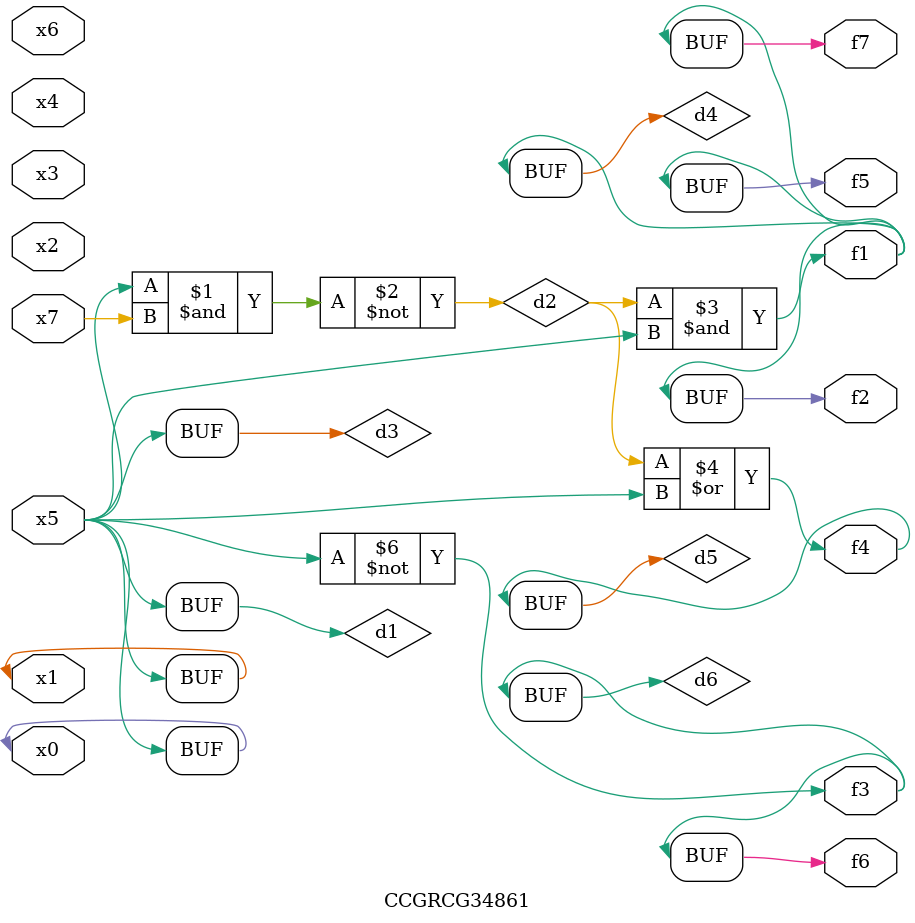
<source format=v>
module CCGRCG34861(
	input x0, x1, x2, x3, x4, x5, x6, x7,
	output f1, f2, f3, f4, f5, f6, f7
);

	wire d1, d2, d3, d4, d5, d6;

	buf (d1, x0, x5);
	nand (d2, x5, x7);
	buf (d3, x0, x1);
	and (d4, d2, d3);
	or (d5, d2, d3);
	nor (d6, d1, d3);
	assign f1 = d4;
	assign f2 = d4;
	assign f3 = d6;
	assign f4 = d5;
	assign f5 = d4;
	assign f6 = d6;
	assign f7 = d4;
endmodule

</source>
